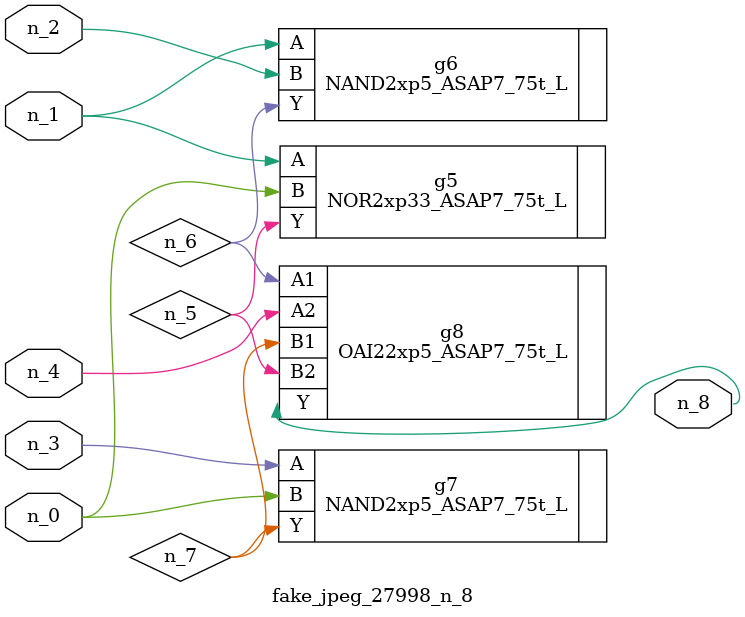
<source format=v>
module fake_jpeg_27998_n_8 (n_3, n_2, n_1, n_0, n_4, n_8);

input n_3;
input n_2;
input n_1;
input n_0;
input n_4;

output n_8;

wire n_6;
wire n_5;
wire n_7;

NOR2xp33_ASAP7_75t_L g5 ( 
.A(n_1),
.B(n_0),
.Y(n_5)
);

NAND2xp5_ASAP7_75t_L g6 ( 
.A(n_1),
.B(n_2),
.Y(n_6)
);

NAND2xp5_ASAP7_75t_L g7 ( 
.A(n_3),
.B(n_0),
.Y(n_7)
);

OAI22xp5_ASAP7_75t_L g8 ( 
.A1(n_6),
.A2(n_4),
.B1(n_7),
.B2(n_5),
.Y(n_8)
);


endmodule
</source>
